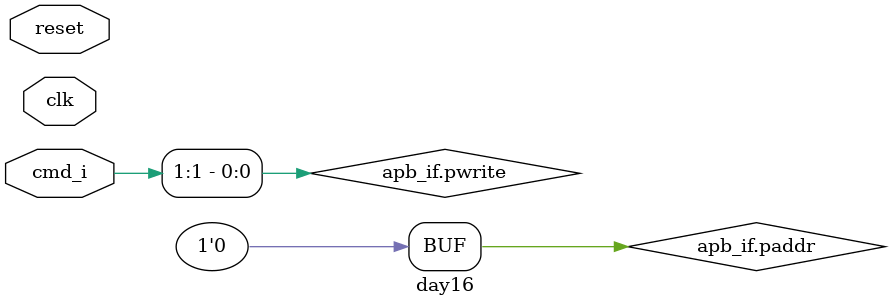
<source format=sv>
`timescale 1ns / 1ps


interface day23 (
  input		wire		clk,
  input		wire		reset
);
  
  logic			psel;
  logic			penable;
  logic[31:0]	paddr;
  logic			pwrite;
  logic[31:0]	pwdata;
  logic[31:0]	prdata;
  logic			pready;
  
  modport apb_master (
    input		psel,
    input		penable,
    input		paddr,
    input		pwrite,
    input		pwdata,
    output		prdata,
    output		pready
  );
  
  modport apb_slave (
    output		psel,
    output		penable,
    output		paddr,
    output		pwrite,
    output		pwdata,
    input 		prdata,
    input		pready
  );
  
endinterface

module day16 (
  input       wire        clk,
  input       wire        reset,

  input       wire[1:0]   cmd_i,

  day23.apb_master        apb_if
);

  // Enum for the APB state
  typedef enum logic[1:0] {ST_IDLE = 2'b00, ST_SETUP = 2'b01, ST_ACCESS = 2'b10} apb_state_t;

  apb_state_t nxt_state;
  apb_state_t state_q;

  logic[31:0] rdata_q;

  always_ff @(posedge clk or posedge reset)
    if (reset)
      state_q <= ST_IDLE;
    else
      state_q <= nxt_state;

  always_comb begin
    nxt_state = state_q;
    case (state_q)
      ST_IDLE   : if (|cmd_i) nxt_state = ST_SETUP; else nxt_state = ST_IDLE;
      ST_SETUP  : nxt_state = ST_ACCESS;
      ST_ACCESS : begin
        if (apb_if.pready) nxt_state = ST_IDLE;
      end
    endcase
  end

  assign apb_if.psel     = (state_q == ST_SETUP) | (state_q == ST_ACCESS);
  assign apb_if.penable  = (state_q == ST_ACCESS);
  assign apb_if.pwrite   = cmd_i[1];
  assign apb_if.paddr    = 32'hDEAD_CAFE;
  assign apb_if.pwdata   = rdata_q + 32'h1;

  // Capture the read data to store it for the next write
  always_ff @(posedge clk or posedge reset)
    if (reset)
      rdata_q <= 32'h0;
  else if (apb_if.penable && apb_if.pready)
      rdata_q <= apb_if.prdata;

endmodule

</source>
